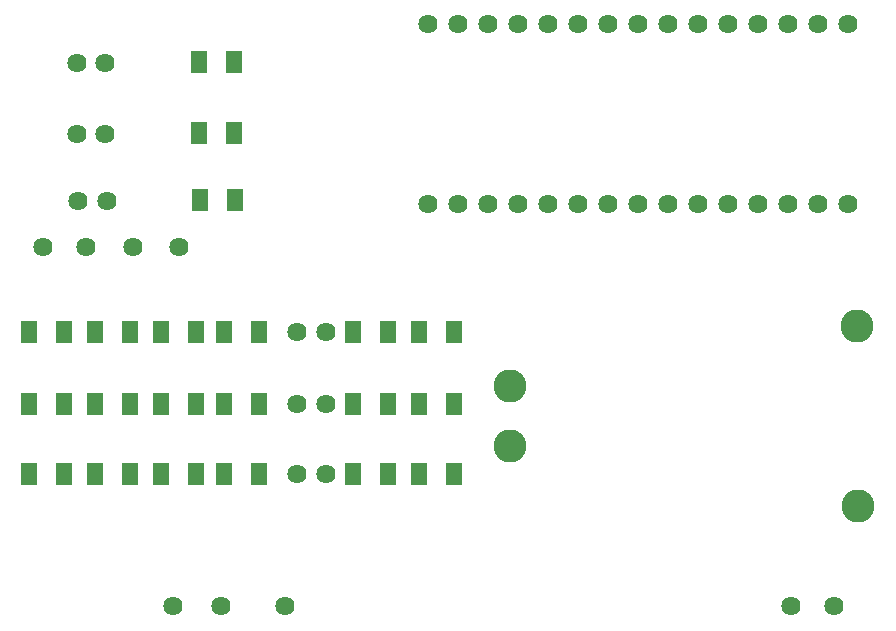
<source format=gts>
G04 Layer: TopSolderMaskLayer*
G04 EasyEDA v6.5.50, 2025-05-27 18:24:41*
G04 52539cb3a7ae454bb971d49213b625aa,b37a74ae5ac9402f918d5afa9d52dbed,10*
G04 Gerber Generator version 0.2*
G04 Scale: 100 percent, Rotated: No, Reflected: No *
G04 Dimensions in millimeters *
G04 leading zeros omitted , absolute positions ,4 integer and 5 decimal *
%FSLAX45Y45*%
%MOMM*%

%AMMACRO1*4,1,8,-0.6248,-0.9012,-0.6546,-0.8712,-0.6546,0.8715,-0.6248,0.9012,0.6246,0.9012,0.6546,0.8715,0.6546,-0.8712,0.6246,-0.9012,-0.6248,-0.9012,0*%
%ADD10C,1.6256*%
%ADD11MACRO1*%
%ADD12C,2.8016*%
%ADD13C,0.0135*%

%LPD*%
D10*
G01*
X3771900Y3619500D03*
G01*
X4025900Y3619500D03*
G01*
X4279900Y3619500D03*
G01*
X4533900Y3619500D03*
G01*
X4787900Y3619500D03*
G01*
X5041900Y3619500D03*
G01*
X5295900Y3619500D03*
G01*
X5549900Y3619500D03*
G01*
X5803900Y3619500D03*
G01*
X6057900Y3619500D03*
G01*
X6311900Y3619500D03*
G01*
X6565900Y3619500D03*
G01*
X6819900Y3619500D03*
G01*
X7073900Y3619500D03*
G01*
X7327900Y3619500D03*
G01*
X7327900Y5143500D03*
G01*
X7073900Y5143500D03*
G01*
X6819900Y5143500D03*
G01*
X6565900Y5143500D03*
G01*
X6311900Y5143500D03*
G01*
X6057900Y5143500D03*
G01*
X5803900Y5143500D03*
G01*
X5549900Y5143500D03*
G01*
X5295900Y5143500D03*
G01*
X5041900Y5143500D03*
G01*
X4787900Y5143500D03*
G01*
X4533900Y5143500D03*
G01*
X4279900Y5143500D03*
G01*
X4025900Y5143500D03*
G01*
X3771900Y5143500D03*
D11*
G01*
X1252778Y1333500D03*
G01*
X957021Y1333500D03*
G01*
X1811578Y1333500D03*
G01*
X1515821Y1333500D03*
G01*
X2344978Y1333500D03*
G01*
X2049221Y1333500D03*
G01*
X3437178Y1333500D03*
G01*
X3141421Y1333500D03*
G01*
X3995978Y1333500D03*
G01*
X3700221Y1333500D03*
G01*
X693978Y1333500D03*
G01*
X398221Y1333500D03*
G01*
X1252778Y1930400D03*
G01*
X957021Y1930400D03*
G01*
X1811578Y1930400D03*
G01*
X1515821Y1930400D03*
G01*
X2344978Y1930400D03*
G01*
X2049221Y1930400D03*
G01*
X3437178Y1930400D03*
G01*
X3141421Y1930400D03*
G01*
X3995978Y1930400D03*
G01*
X3700221Y1930400D03*
G01*
X693978Y1930400D03*
G01*
X398221Y1930400D03*
G01*
X693978Y2540000D03*
G01*
X398221Y2540000D03*
G01*
X3995978Y2540000D03*
G01*
X3700221Y2540000D03*
G01*
X3437178Y2540000D03*
G01*
X3141421Y2540000D03*
G01*
X2344978Y2540000D03*
G01*
X2049221Y2540000D03*
G01*
X1811578Y2540000D03*
G01*
X1515821Y2540000D03*
G01*
X1252778Y2540000D03*
G01*
X957021Y2540000D03*
G01*
X2129078Y4826000D03*
G01*
X1833321Y4826000D03*
G01*
X2141778Y3653078D03*
G01*
X1846021Y3653078D03*
G01*
X2129078Y4224578D03*
G01*
X1833321Y4224578D03*
D10*
G01*
X1054100Y3644900D03*
G01*
X812800Y3644900D03*
G01*
X1041400Y4216400D03*
G01*
X800100Y4216400D03*
G01*
X800100Y4817821D03*
G01*
X1041400Y4817821D03*
G01*
X2667000Y1333500D03*
G01*
X2908300Y1333500D03*
G01*
X2667000Y1930400D03*
G01*
X2908300Y1930400D03*
G01*
X2908300Y2540000D03*
G01*
X2667000Y2540000D03*
D12*
G01*
X4470400Y1574800D03*
G01*
X4470400Y2082800D03*
G01*
X7416800Y1066800D03*
G01*
X7404100Y2590800D03*
D10*
G01*
X2565400Y215900D03*
G01*
X2019300Y215900D03*
G01*
X1612900Y215900D03*
G01*
X6845300Y215900D03*
G01*
X7213600Y215900D03*
G01*
X1668018Y3259836D03*
G01*
X1274318Y3259836D03*
G01*
X880618Y3259836D03*
G01*
X512318Y3259836D03*
M02*

</source>
